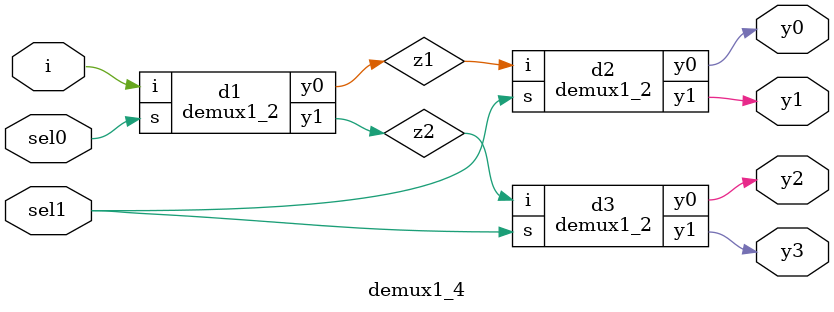
<source format=v>
module demux1_2(
  input s,
  input i,
  output y0, y1);
  
  assign {y0,y1} = s?{1'b0,i}: {i,1'b0};
endmodule

module demux1_4(
  input sel0, sel1,
  input  i,
  output reg y0, y1, y2, y3);
  
  wire z1,z2;
  
  demux1_2 d1(sel0, i, z1, z2);
  demux1_2 d2(sel1, z1, y0, y1);
  demux1_2 d3(sel1, z2, y2, y3);
endmodule

</source>
